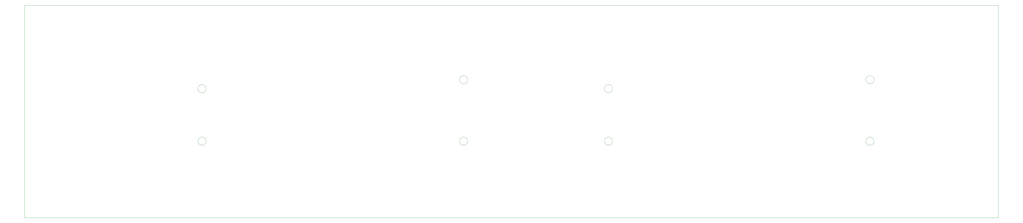
<source format=gbr>
%TF.GenerationSoftware,KiCad,Pcbnew,(5.1.10)-1*%
%TF.CreationDate,2022-11-15T16:39:47-07:00*%
%TF.ProjectId,dm542t_mount,646d3534-3274-45f6-9d6f-756e742e6b69,rev?*%
%TF.SameCoordinates,Original*%
%TF.FileFunction,Profile,NP*%
%FSLAX46Y46*%
G04 Gerber Fmt 4.6, Leading zero omitted, Abs format (unit mm)*
G04 Created by KiCad (PCBNEW (5.1.10)-1) date 2022-11-15 16:39:47*
%MOMM*%
%LPD*%
G01*
G04 APERTURE LIST*
%TA.AperFunction,Profile*%
%ADD10C,0.050000*%
%TD*%
%TA.AperFunction,Profile*%
%ADD11C,0.120000*%
%TD*%
%TA.AperFunction,Profile*%
%ADD12C,0.100000*%
%TD*%
G04 APERTURE END LIST*
D10*
X363750000Y32800000D02*
G75*
G03*
X363750000Y32800000I-1750000J0D01*
G01*
X363750000Y59100000D02*
G75*
G03*
X363750000Y59100000I-1750000J0D01*
G01*
D11*
X77750000Y32800000D02*
G75*
G03*
X77750000Y32800000I-1750000J0D01*
G01*
X189750000Y59100000D02*
G75*
G03*
X189750000Y59100000I-1750000J0D01*
G01*
X189750000Y32800000D02*
G75*
G03*
X189750000Y32800000I-1750000J0D01*
G01*
X77750000Y55300000D02*
G75*
G03*
X77750000Y55300000I-1750000J0D01*
G01*
X251750000Y55300000D02*
G75*
G03*
X251750000Y55300000I-1750000J0D01*
G01*
X251750000Y32800000D02*
G75*
G03*
X251750000Y32800000I-1750000J0D01*
G01*
D10*
X0Y0D02*
X0Y91000000D01*
X0Y0D02*
X417000000Y0D01*
X417000000Y0D02*
X417000000Y91000000D01*
D12*
X0Y91000000D02*
X417000000Y91000000D01*
M02*

</source>
